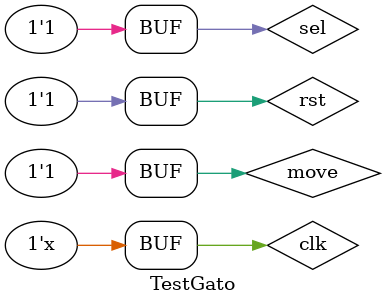
<source format=sv>
module TestGato();
	logic clk, rst, sel, move, clk_25, H_SYNC, V_SYNC,SYNC_B, SYNC_BLANK, gano;
	logic [7:0]r,g,b;
	vga VGA(clk, move, sel, rst, clk_25, H_SYNC, V_SYNC,SYNC_B, SYNC_BLANK, r, g, b, gano);
	
	initial begin
		rst = 1; #5;
		clk = 0; #5;
		sel = 1; #5;
		move = 1;#5;
	end
	
	always begin
	//Movida 1
		move = 0; #5;
		move = 1; #5;
		sel = 0; #5;
		sel = 1; #5;
	//Movida 2
		move = 0; #5;
		move = 1; #5;
		sel = 0; #5;
		sel = 1; #5;
	//Movida 3	
		move = 0; #5;
		move = 1; #5;
		sel = 0; #5;
		sel = 1; #5;
	//Movida 4	
		move = 0; #5;
		move = 1; #5;
		sel = 0; #5;
		sel = 1; #5;
	
	end
	
	
	always begin
		clk = ~clk; #5;
	end
endmodule 
</source>
